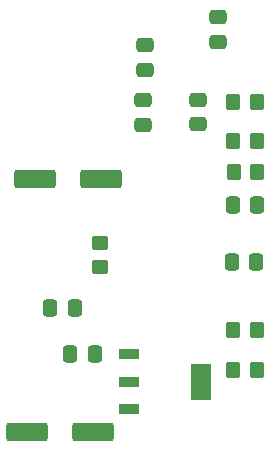
<source format=gbr>
%TF.GenerationSoftware,KiCad,Pcbnew,8.0.4*%
%TF.CreationDate,2025-05-02T23:49:30+05:30*%
%TF.ProjectId,Si4732Board,53693437-3332-4426-9f61-72642e6b6963,rev?*%
%TF.SameCoordinates,Original*%
%TF.FileFunction,Paste,Top*%
%TF.FilePolarity,Positive*%
%FSLAX46Y46*%
G04 Gerber Fmt 4.6, Leading zero omitted, Abs format (unit mm)*
G04 Created by KiCad (PCBNEW 8.0.4) date 2025-05-02 23:49:30*
%MOMM*%
%LPD*%
G01*
G04 APERTURE LIST*
G04 Aperture macros list*
%AMRoundRect*
0 Rectangle with rounded corners*
0 $1 Rounding radius*
0 $2 $3 $4 $5 $6 $7 $8 $9 X,Y pos of 4 corners*
0 Add a 4 corners polygon primitive as box body*
4,1,4,$2,$3,$4,$5,$6,$7,$8,$9,$2,$3,0*
0 Add four circle primitives for the rounded corners*
1,1,$1+$1,$2,$3*
1,1,$1+$1,$4,$5*
1,1,$1+$1,$6,$7*
1,1,$1+$1,$8,$9*
0 Add four rect primitives between the rounded corners*
20,1,$1+$1,$2,$3,$4,$5,0*
20,1,$1+$1,$4,$5,$6,$7,0*
20,1,$1+$1,$6,$7,$8,$9,0*
20,1,$1+$1,$8,$9,$2,$3,0*%
G04 Aperture macros list end*
%ADD10R,1.761200X0.850800*%
%ADD11R,1.761200X3.150799*%
%ADD12RoundRect,0.250000X-0.350000X-0.450000X0.350000X-0.450000X0.350000X0.450000X-0.350000X0.450000X0*%
%ADD13RoundRect,0.250000X-0.450000X0.350000X-0.450000X-0.350000X0.450000X-0.350000X0.450000X0.350000X0*%
%ADD14RoundRect,0.250000X0.337500X0.475000X-0.337500X0.475000X-0.337500X-0.475000X0.337500X-0.475000X0*%
%ADD15RoundRect,0.250000X0.475000X-0.337500X0.475000X0.337500X-0.475000X0.337500X-0.475000X-0.337500X0*%
%ADD16RoundRect,0.250000X-0.337500X-0.475000X0.337500X-0.475000X0.337500X0.475000X-0.337500X0.475000X0*%
%ADD17RoundRect,0.250000X-0.475000X0.337500X-0.475000X-0.337500X0.475000X-0.337500X0.475000X0.337500X0*%
%ADD18RoundRect,0.250000X1.500000X0.550000X-1.500000X0.550000X-1.500000X-0.550000X1.500000X-0.550000X0*%
%ADD19RoundRect,0.250000X-1.500000X-0.550000X1.500000X-0.550000X1.500000X0.550000X-1.500000X0.550000X0*%
G04 APERTURE END LIST*
D10*
%TO.C,U1*%
X136475000Y-104985000D03*
X136475000Y-107285000D03*
X136475000Y-109585000D03*
D11*
X142525000Y-107285000D03*
%TD*%
D12*
%TO.C,R1*%
X145275000Y-106285000D03*
X147275000Y-106285000D03*
%TD*%
%TO.C,R3*%
X145275000Y-86935000D03*
X147275000Y-86935000D03*
%TD*%
D13*
%TO.C,R5*%
X134000000Y-95560000D03*
X134000000Y-97560000D03*
%TD*%
D14*
%TO.C,C5*%
X147225000Y-97135000D03*
X145150000Y-97135000D03*
%TD*%
D15*
%TO.C,C9*%
X137650000Y-85560000D03*
X137650000Y-83485000D03*
%TD*%
D16*
%TO.C,C1*%
X131475000Y-104910000D03*
X133550000Y-104910000D03*
%TD*%
D14*
%TO.C,C3*%
X131850000Y-101085000D03*
X129775000Y-101085000D03*
%TD*%
D12*
%TO.C,R2*%
X145275000Y-102885000D03*
X147275000Y-102885000D03*
%TD*%
D17*
%TO.C,C10*%
X144025000Y-76435000D03*
X144025000Y-78510000D03*
%TD*%
D15*
%TO.C,C7*%
X137825000Y-80885000D03*
X137825000Y-78810000D03*
%TD*%
D12*
%TO.C,R6*%
X145300000Y-89560000D03*
X147300000Y-89560000D03*
%TD*%
%TO.C,R4*%
X145250000Y-83585000D03*
X147250000Y-83585000D03*
%TD*%
D15*
%TO.C,C8*%
X142300000Y-85485000D03*
X142300000Y-83410000D03*
%TD*%
D18*
%TO.C,C4*%
X134050000Y-90110000D03*
X128450000Y-90110000D03*
%TD*%
D16*
%TO.C,C6*%
X145225000Y-92335000D03*
X147300000Y-92335000D03*
%TD*%
D19*
%TO.C,C2*%
X127825000Y-111535000D03*
X133425000Y-111535000D03*
%TD*%
M02*

</source>
